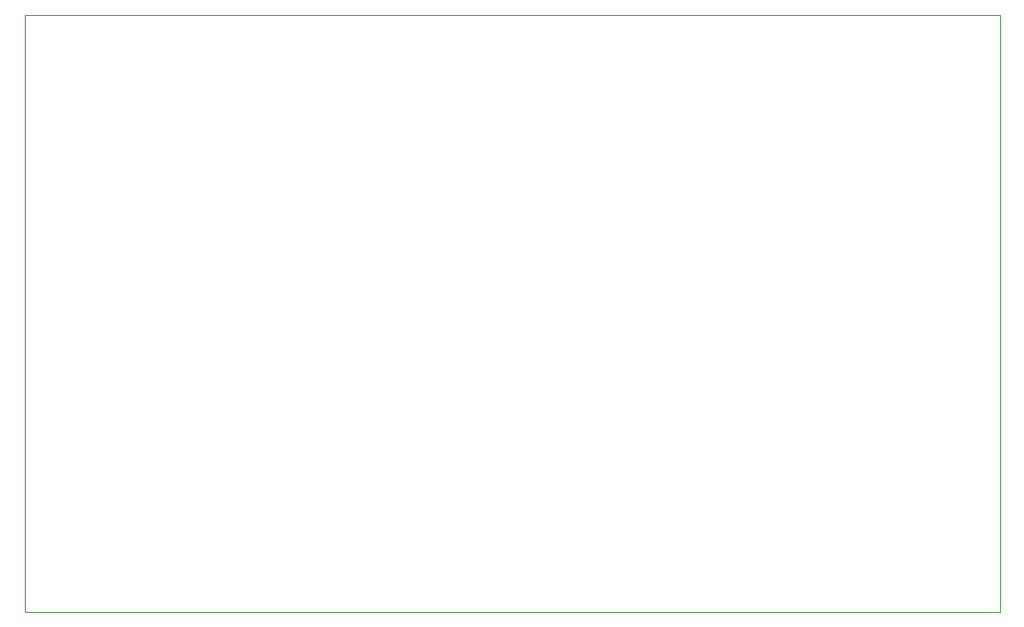
<source format=gbr>
%TF.GenerationSoftware,KiCad,Pcbnew,7.0.5*%
%TF.CreationDate,2024-01-22T10:56:35-05:00*%
%TF.ProjectId,PrawnBlaster_Connectorized_smaller,50726177-6e42-46c6-9173-7465725f436f,rev?*%
%TF.SameCoordinates,Original*%
%TF.FileFunction,Profile,NP*%
%FSLAX46Y46*%
G04 Gerber Fmt 4.6, Leading zero omitted, Abs format (unit mm)*
G04 Created by KiCad (PCBNEW 7.0.5) date 2024-01-22 10:56:35*
%MOMM*%
%LPD*%
G01*
G04 APERTURE LIST*
%TA.AperFunction,Profile*%
%ADD10C,0.100000*%
%TD*%
G04 APERTURE END LIST*
D10*
X81775200Y-57785000D02*
X174775200Y-57785000D01*
X174775200Y-114697400D01*
X81775200Y-114697400D01*
X81775200Y-57785000D01*
M02*

</source>
